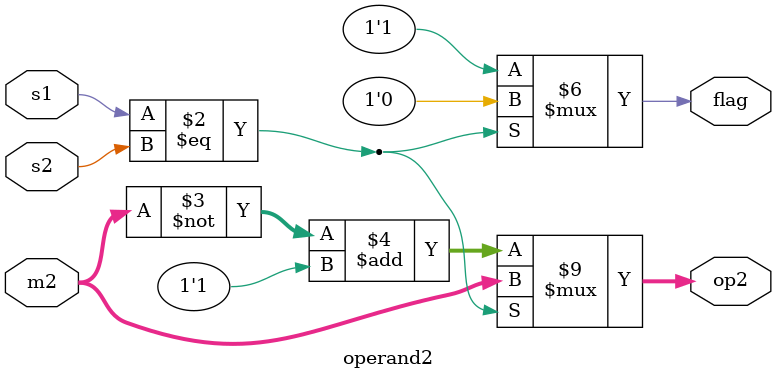
<source format=v>
/*
    A module that generates the second operand
    For addition - the modified mantissa
    For subtraction - 2's complement of the modified mantissa
*/
module operand2 (input s1, input s2, input [23:0] m2, output reg [23:0] op2, output reg flag);

    always @(s1, s2) begin
        /*
            If the sign bits are same
            Addition
        */
        if (s1 == s2) begin
            op2 = m2;
            flag = 1'b0;
        end
        /*
            If the sign bits are different
            Subtraction
        */
        else begin
            op2 = ~m2 + 1'b1;
            flag = 1'b1;
        end
    end

endmodule

</source>
